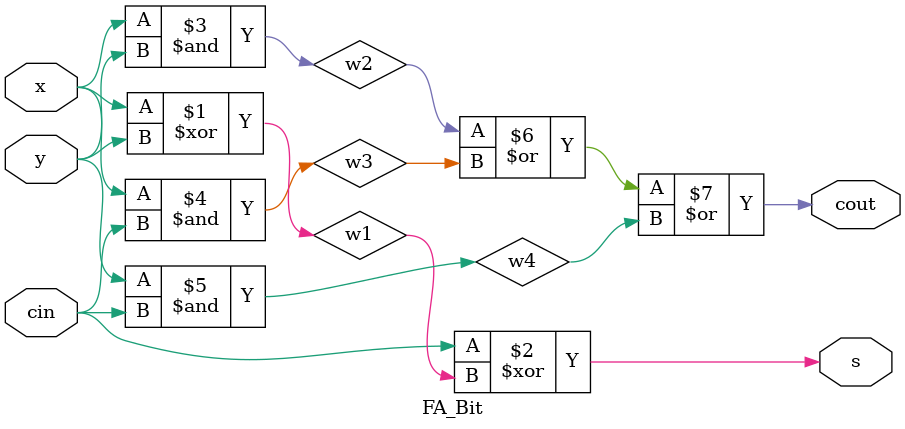
<source format=v>
`timescale 1ns / 1ps


module FA_Bit(input x,y,cin,output s,cout);

wire w1, w2, w3, w4;

xor xOR1(w1,x,y);
xor xOR2 (s,cin,w1);// sum
and and0(w2,x,y);
and and1(w3,x,cin);
and and2(w4,y,cin);//carry
or or0(cout, w2,w3,w4);// final carry

endmodule

</source>
